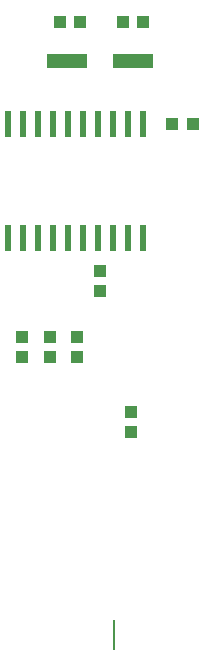
<source format=gtp>
%FSTAX24Y24*%
%MOIN*%
G70*
G01*
G75*
G04 Layer_Color=8421504*
%ADD10R,0.0050X0.1000*%
%ADD11R,0.0440X0.0400*%
%ADD12R,0.0400X0.0440*%
%ADD13R,0.0440X0.0400*%
%ADD14R,0.0240X0.0870*%
%ADD15R,0.0240X0.0870*%
%ADD16R,0.1380X0.0480*%
%ADD17C,0.0160*%
%ADD18C,0.0240*%
%ADD19C,0.0120*%
%ADD20C,0.0200*%
%ADD21O,0.0600X0.1200*%
%ADD22O,0.1200X0.0600*%
%ADD23C,0.1250*%
%ADD24C,0.0400*%
%ADD25C,0.0060*%
%ADD26C,0.0050*%
%ADD27C,0.0020*%
%ADD28C,0.0100*%
%ADD29C,0.0034*%
D10*
X042609Y013399D02*
D03*
D11*
X04149Y03385D02*
D03*
X040815D02*
D03*
X04291D02*
D03*
X043585D02*
D03*
X04524Y03045D02*
D03*
X044565D02*
D03*
D12*
X04215Y02486D02*
D03*
Y025535D02*
D03*
D13*
X0432Y02084D02*
D03*
Y020165D02*
D03*
X0414Y02334D02*
D03*
Y022665D02*
D03*
X0405Y02266D02*
D03*
Y023335D02*
D03*
X03955Y02266D02*
D03*
Y023335D02*
D03*
D14*
X0391Y02665D02*
D03*
X0396D02*
D03*
X0401D02*
D03*
X0406D02*
D03*
X0411D02*
D03*
X0416D02*
D03*
X0421D02*
D03*
X0426D02*
D03*
X0431D02*
D03*
X0436D02*
D03*
X0421Y03045D02*
D03*
X0416D02*
D03*
X0411D02*
D03*
X0406D02*
D03*
X0401D02*
D03*
X0396D02*
D03*
X0391D02*
D03*
X0426D02*
D03*
X0431D02*
D03*
D15*
X0436D02*
D03*
D16*
X041067Y03255D02*
D03*
X04324D02*
D03*
M02*

</source>
